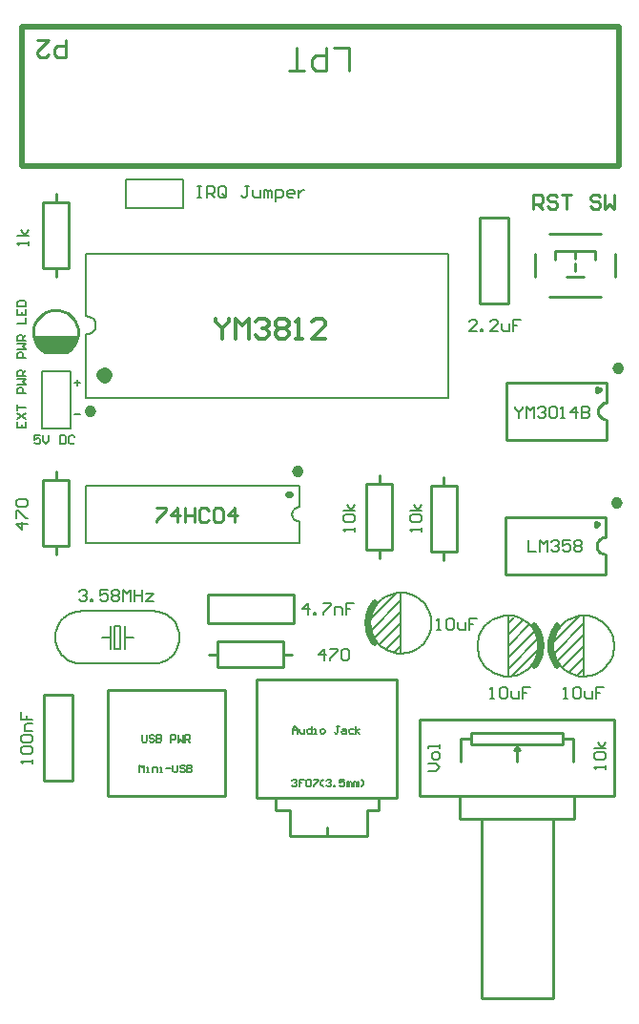
<source format=gto>
G04 Layer_Color=65535*
%FSLAX25Y25*%
%MOIN*%
G70*
G01*
G75*
%ADD10C,0.01000*%
%ADD30C,0.01969*%
%ADD31C,0.00787*%
%ADD32C,0.01500*%
%ADD33C,0.02000*%
%ADD34C,0.00800*%
%ADD35C,0.03937*%
%ADD36C,0.02362*%
%ADD37C,0.00600*%
%ADD38C,0.01200*%
D10*
X25035Y162868D02*
X25853Y163441D01*
X26591Y164113D01*
X27238Y164874D01*
X27783Y165710D01*
X28217Y166609D01*
X28533Y167556D01*
X28727Y168536D01*
X28794Y169532D01*
X28735Y170528D01*
X28549Y171509D01*
X28240Y172459D01*
X27813Y173361D01*
X27275Y174202D01*
X26634Y174968D01*
X25901Y175646D01*
X25088Y176225D01*
X24208Y176697D01*
X23275Y177052D01*
X22305Y177287D01*
X21312Y177396D01*
X20314Y177378D01*
X19326Y177234D01*
X18365Y176965D01*
X17445Y176576D01*
X16583Y176073D01*
X15791Y175465D01*
X15083Y174761D01*
X14470Y173973D01*
X13962Y173114D01*
X13567Y172197D01*
X13293Y171237D01*
X13142Y170250D01*
X13118Y169252D01*
X13221Y168259D01*
X13449Y167287D01*
X13799Y166352D01*
X14265Y165469D01*
X14840Y164652D01*
X15513Y163915D01*
X16275Y163270D01*
X17112Y162726D01*
X210000Y95000D02*
X210147Y94073D01*
X210573Y93237D01*
X211237Y92573D01*
X212073Y92147D01*
X213000Y92000D01*
Y98000D02*
X212073Y97853D01*
X211237Y97427D01*
X210573Y96763D01*
X210147Y95927D01*
X210000Y95000D01*
X210500Y142000D02*
X210647Y141073D01*
X211073Y140237D01*
X211737Y139573D01*
X212573Y139147D01*
X213500Y139000D01*
Y145000D02*
X212573Y144853D01*
X211737Y144427D01*
X211073Y143763D01*
X210647Y142927D01*
X210500Y142000D01*
X216500Y189000D02*
Y197000D01*
X188500Y189000D02*
Y197000D01*
X193500Y182000D02*
X211500D01*
X193500Y204000D02*
X211500D01*
X209500Y195100D02*
Y198000D01*
X195500D02*
X209500D01*
X195500Y195100D02*
Y198000D01*
X199500Y189000D02*
X205400D01*
X202500Y191000D02*
Y193600D01*
Y195400D02*
Y198000D01*
X16800Y13058D02*
X26800D01*
Y43058D01*
X16800D02*
X26800D01*
X16800Y13058D02*
Y43058D01*
X14000Y166000D02*
X27500D01*
X14000Y167000D02*
X28000D01*
X13500Y168000D02*
X28500D01*
X17200Y162800D02*
X25000D01*
X14000Y166000D02*
X27500D01*
X27000Y165500D02*
X27500Y166000D01*
X14500Y165500D02*
X27000D01*
X15000Y164500D02*
X26500D01*
X16000Y163500D02*
X26000D01*
X15000Y164500D02*
X16000Y163500D01*
X27000Y165000D02*
Y165500D01*
X26500Y164500D02*
X27000Y165000D01*
X194685Y-63000D02*
Y-500D01*
X169685Y-63000D02*
X194685D01*
X169685D02*
Y-500D01*
X166185Y29500D02*
X198185D01*
Y25500D02*
Y29500D01*
X166185Y25500D02*
X198185D01*
X166185D02*
Y29500D01*
X202185Y-461D02*
Y7500D01*
X162185Y-461D02*
X202185D01*
X162185D02*
Y7500D01*
X182185Y24500D02*
X183185Y23500D01*
X181185D02*
X182185Y24500D01*
X200185Y27500D02*
X201870D01*
X162500D02*
X166185D01*
X198185D02*
X200185D01*
X182185Y19500D02*
Y24500D01*
X201870Y19500D02*
Y27500D01*
X162500Y19500D02*
Y27500D01*
X148185Y34185D02*
X216185D01*
Y7500D02*
Y34185D01*
X148185Y7500D02*
X216185D01*
X148185D02*
Y34185D01*
X213000Y98000D02*
Y105000D01*
Y85000D02*
Y92000D01*
X178000Y85000D02*
X213000D01*
X178000D02*
Y105000D01*
X213000D01*
X213500Y145000D02*
Y152000D01*
Y132000D02*
Y139000D01*
X178500Y132000D02*
X213500D01*
X178500D02*
Y152000D01*
X213500D01*
X156500Y116500D02*
Y119000D01*
X152000Y116000D02*
X161000D01*
X152000Y93000D02*
Y116000D01*
Y93000D02*
X161000D01*
Y116000D01*
X156500Y90000D02*
Y92500D01*
X169000Y209500D02*
X179000D01*
X169000Y179500D02*
Y209500D01*
Y179500D02*
X179000D01*
Y209500D01*
X134000Y90500D02*
Y93000D01*
X129500Y93500D02*
X138500D01*
Y116500D01*
X129500D02*
X138500D01*
X129500Y93500D02*
Y116500D01*
X134000Y117000D02*
Y119500D01*
X101000Y57000D02*
X103500D01*
X100500Y52500D02*
Y61500D01*
X77500D02*
X100500D01*
X77500Y52500D02*
Y61500D01*
Y52500D02*
X100500D01*
X74500Y57000D02*
X77000D01*
X74000Y68000D02*
Y78000D01*
Y68000D02*
X104000D01*
Y78000D01*
X74000D02*
X104000D01*
X21000Y92000D02*
Y94500D01*
X16500Y95000D02*
X25500D01*
Y118000D01*
X16500D02*
X25500D01*
X16500Y95000D02*
Y118000D01*
X21000Y118500D02*
Y121000D01*
X39050Y7624D02*
Y44724D01*
Y7624D02*
X80050D01*
Y44724D01*
X39050D02*
X80050D01*
X21000Y189000D02*
Y191500D01*
X25500Y192000D02*
Y215000D01*
X16500Y192000D02*
X25500D01*
X16500D02*
Y215000D01*
X25500D01*
X21000Y215500D02*
Y218000D01*
X115842Y-6457D02*
Y-3307D01*
X91185Y7000D02*
X140185D01*
X91185D02*
Y48215D01*
X140185D01*
Y7000D02*
Y48215D01*
X102685Y-6457D02*
X129685D01*
X133685Y2500D02*
Y7000D01*
X97685Y2500D02*
Y7000D01*
X102685Y-6457D02*
Y2500D01*
X129685Y-6457D02*
Y2500D01*
X133685D01*
X97685D02*
X102685D01*
X187900Y212700D02*
Y217698D01*
X190399D01*
X191232Y216865D01*
Y215199D01*
X190399Y214366D01*
X187900D01*
X189566D02*
X191232Y212700D01*
X196231Y216865D02*
X195398Y217698D01*
X193731D01*
X192898Y216865D01*
Y216032D01*
X193731Y215199D01*
X195398D01*
X196231Y214366D01*
Y213533D01*
X195398Y212700D01*
X193731D01*
X192898Y213533D01*
X197897Y217698D02*
X201229D01*
X199563D01*
Y212700D01*
X211226Y216865D02*
X210393Y217698D01*
X208727D01*
X207893Y216865D01*
Y216032D01*
X208727Y215199D01*
X210393D01*
X211226Y214366D01*
Y213533D01*
X210393Y212700D01*
X208727D01*
X207893Y213533D01*
X212892Y217698D02*
Y212700D01*
X214558Y214366D01*
X216224Y212700D01*
Y217698D01*
X24528Y271500D02*
Y265502D01*
X21529D01*
X20529Y266502D01*
Y268501D01*
X21529Y269501D01*
X24528D01*
X14531Y271500D02*
X18530D01*
X14531Y267501D01*
Y266502D01*
X15530Y265502D01*
X17530D01*
X18530Y266502D01*
X56100Y108198D02*
X59432D01*
Y107365D01*
X56100Y104033D01*
Y103200D01*
X63598D02*
Y108198D01*
X61098Y105699D01*
X64431D01*
X66097Y108198D02*
Y103200D01*
Y105699D01*
X69429D01*
Y108198D01*
Y103200D01*
X74427Y107365D02*
X73594Y108198D01*
X71928D01*
X71095Y107365D01*
Y104033D01*
X71928Y103200D01*
X73594D01*
X74427Y104033D01*
X76094Y107365D02*
X76927Y108198D01*
X78593D01*
X79426Y107365D01*
Y104033D01*
X78593Y103200D01*
X76927D01*
X76094Y104033D01*
Y107365D01*
X83591Y103200D02*
Y108198D01*
X81092Y105699D01*
X84424D01*
X123480Y261038D02*
Y268910D01*
X118233D01*
X115609D02*
Y261038D01*
X111673D01*
X110361Y262350D01*
Y264974D01*
X111673Y266286D01*
X115609D01*
X107737Y261038D02*
X102490D01*
X105113D01*
Y268910D01*
D30*
X132358Y75160D02*
X131763Y74322D01*
X131245Y73435D01*
X130806Y72505D01*
X130452Y71541D01*
X130183Y70549D01*
X130003Y69537D01*
X129912Y68514D01*
Y67486D01*
X130003Y66463D01*
X130183Y65451D01*
X130452Y64459D01*
X130806Y63495D01*
X131245Y62565D01*
X131763Y61678D01*
X132358Y60840D01*
X188205Y52840D02*
X188800Y53678D01*
X189318Y54566D01*
X189757Y55495D01*
X190111Y56459D01*
X190380Y57451D01*
X190560Y58463D01*
X190651Y59486D01*
Y60514D01*
X190560Y61537D01*
X190380Y62549D01*
X190111Y63541D01*
X189757Y64505D01*
X189318Y65434D01*
X188800Y66322D01*
X188205Y67160D01*
X196295Y67160D02*
X195700Y66322D01*
X195182Y65434D01*
X194743Y64505D01*
X194389Y63541D01*
X194120Y62549D01*
X193940Y61537D01*
X193849Y60514D01*
Y59486D01*
X193940Y58463D01*
X194120Y57451D01*
X194389Y56459D01*
X194743Y55495D01*
X195182Y54566D01*
X195700Y53678D01*
X196295Y52840D01*
D31*
X152193Y68000D02*
X152146Y68995D01*
X152006Y69982D01*
X151775Y70951D01*
X151454Y71895D01*
X151046Y72804D01*
X150554Y73671D01*
X149984Y74488D01*
X149339Y75248D01*
X148626Y75944D01*
X147851Y76570D01*
X147021Y77122D01*
X146143Y77593D01*
X145225Y77979D01*
X144274Y78278D01*
X143300Y78487D01*
X142310Y78604D01*
X141314Y78627D01*
X140320Y78557D01*
X139337Y78394D01*
X138373Y78140D01*
X137438Y77797D01*
X136538Y77367D01*
X135683Y76856D01*
X134880Y76266D01*
X134135Y75604D01*
X133456Y74875D01*
X132847Y74086D01*
X132316Y73243D01*
X131866Y72354D01*
X131500Y71427D01*
X131224Y70469D01*
X131038Y69490D01*
X130945Y68498D01*
Y67502D01*
X131038Y66510D01*
X131224Y65531D01*
X131500Y64573D01*
X131866Y63646D01*
X132316Y62757D01*
X132847Y61914D01*
X133456Y61125D01*
X134135Y60396D01*
X134880Y59734D01*
X135683Y59144D01*
X136538Y58633D01*
X137438Y58203D01*
X138373Y57860D01*
X139337Y57606D01*
X140320Y57443D01*
X141314Y57373D01*
X142310Y57396D01*
X143300Y57513D01*
X144274Y57722D01*
X145225Y58021D01*
X146143Y58407D01*
X147021Y58878D01*
X147851Y59430D01*
X148626Y60056D01*
X149339Y60752D01*
X149984Y61513D01*
X150554Y62330D01*
X151046Y63196D01*
X151454Y64105D01*
X151775Y65049D01*
X152006Y66018D01*
X152146Y67005D01*
X152193Y68000D01*
X189630Y60000D02*
X189583Y60995D01*
X189444Y61982D01*
X189212Y62951D01*
X188891Y63895D01*
X188483Y64804D01*
X187991Y65671D01*
X187421Y66487D01*
X186776Y67248D01*
X186063Y67944D01*
X185288Y68570D01*
X184458Y69122D01*
X183580Y69593D01*
X182662Y69979D01*
X181711Y70278D01*
X180737Y70487D01*
X179747Y70604D01*
X178751Y70627D01*
X177757Y70557D01*
X176774Y70394D01*
X175810Y70140D01*
X174875Y69797D01*
X173975Y69367D01*
X173120Y68856D01*
X172317Y68266D01*
X171572Y67604D01*
X170893Y66875D01*
X170284Y66086D01*
X169753Y65243D01*
X169303Y64354D01*
X168938Y63427D01*
X168661Y62469D01*
X168475Y61490D01*
X168382Y60498D01*
Y59502D01*
X168475Y58510D01*
X168661Y57531D01*
X168938Y56573D01*
X169303Y55646D01*
X169753Y54757D01*
X170284Y53914D01*
X170893Y53125D01*
X171572Y52396D01*
X172317Y51734D01*
X173120Y51144D01*
X173975Y50633D01*
X174875Y50203D01*
X175810Y49860D01*
X176774Y49606D01*
X177757Y49443D01*
X178751Y49373D01*
X179747Y49396D01*
X180737Y49513D01*
X181711Y49722D01*
X182662Y50021D01*
X183580Y50407D01*
X184458Y50878D01*
X185288Y51430D01*
X186063Y52056D01*
X186776Y52752D01*
X187421Y53513D01*
X187991Y54330D01*
X188483Y55196D01*
X188891Y56105D01*
X189212Y57049D01*
X189444Y58018D01*
X189583Y59005D01*
X189630Y60000D01*
X216130D02*
X216083Y60995D01*
X215944Y61982D01*
X215712Y62951D01*
X215391Y63895D01*
X214983Y64804D01*
X214491Y65671D01*
X213921Y66487D01*
X213276Y67248D01*
X212563Y67944D01*
X211788Y68570D01*
X210958Y69122D01*
X210080Y69593D01*
X209162Y69979D01*
X208211Y70278D01*
X207237Y70487D01*
X206247Y70604D01*
X205251Y70627D01*
X204257Y70557D01*
X203274Y70394D01*
X202310Y70140D01*
X201375Y69797D01*
X200475Y69367D01*
X199620Y68856D01*
X198817Y68266D01*
X198072Y67604D01*
X197393Y66875D01*
X196784Y66086D01*
X196253Y65243D01*
X195803Y64354D01*
X195438Y63427D01*
X195161Y62469D01*
X194975Y61490D01*
X194882Y60498D01*
Y59502D01*
X194975Y58510D01*
X195161Y57531D01*
X195438Y56573D01*
X195803Y55646D01*
X196253Y54757D01*
X196784Y53914D01*
X197393Y53125D01*
X198072Y52396D01*
X198817Y51734D01*
X199620Y51144D01*
X200475Y50633D01*
X201375Y50203D01*
X202310Y49860D01*
X203274Y49606D01*
X204257Y49443D01*
X205251Y49373D01*
X206247Y49396D01*
X207237Y49513D01*
X208211Y49722D01*
X209162Y50021D01*
X210080Y50407D01*
X210958Y50878D01*
X211788Y51430D01*
X212563Y52056D01*
X213276Y52752D01*
X213921Y53513D01*
X214491Y54330D01*
X214983Y55196D01*
X215391Y56105D01*
X215712Y57049D01*
X215944Y58018D01*
X216083Y59005D01*
X216130Y60000D01*
X31532Y168866D02*
X32491Y168920D01*
X33389Y169259D01*
X34144Y169852D01*
X34687Y170643D01*
X34967Y171561D01*
X34960Y172521D01*
X34664Y173434D01*
X34109Y174217D01*
X33344Y174798D01*
X32441Y175122D01*
X31482Y175161D01*
X106000Y108500D02*
X105043Y108310D01*
X104232Y107768D01*
X103690Y106957D01*
X103500Y106000D01*
X103690Y105043D01*
X104232Y104232D01*
X105043Y103690D01*
X106000Y103500D01*
X136563Y59000D02*
X141563Y64000D01*
X134063Y60500D02*
X141563Y68000D01*
X132563Y63000D02*
X141563Y72000D01*
Y57500D02*
Y75874D01*
X131126Y65437D02*
X141563Y75874D01*
Y78500D01*
X131063Y69500D02*
X140063Y78500D01*
X139563Y58000D02*
X141563Y60000D01*
X179000Y64000D02*
X184000Y69000D01*
X179000Y60000D02*
X186500Y67500D01*
X179000Y56000D02*
X188000Y65000D01*
X179000Y52126D02*
Y70500D01*
Y52126D02*
X189437Y62563D01*
X179000Y49500D02*
Y52126D01*
X180500Y49500D02*
X189500Y58500D01*
X179000Y68000D02*
X181000Y70000D01*
X200500Y51000D02*
X205500Y56000D01*
X198000Y52500D02*
X205500Y60000D01*
X196500Y55000D02*
X205500Y64000D01*
Y49500D02*
Y67874D01*
X195063Y57437D02*
X205500Y67874D01*
Y70500D01*
X195000Y61500D02*
X204000Y70500D01*
X203500Y50000D02*
X205500Y52000D01*
X45500Y213000D02*
X65500D01*
Y223000D01*
X45500D02*
X65500D01*
X45500Y213000D02*
Y223000D01*
X31457Y197000D02*
X158000D01*
X31457Y146567D02*
X158000D01*
Y197000D01*
X31457Y175161D02*
Y197000D01*
Y146567D02*
Y168866D01*
X31500Y96000D02*
Y116000D01*
X106000Y96000D02*
Y103500D01*
Y108500D02*
Y116000D01*
X31500Y96000D02*
X106000D01*
X31500Y116000D02*
X106000D01*
X16000Y136000D02*
X26000D01*
X16000D02*
Y156000D01*
X26000D01*
Y136000D02*
Y156000D01*
D32*
X210500Y102500D02*
X209750Y102933D01*
Y102067D01*
X210500Y102500D01*
X211000Y149500D02*
X210250Y149933D01*
Y149067D01*
X211000Y149500D01*
D33*
X218000Y110000D02*
X217500Y110866D01*
X216500D01*
X216000Y110000D01*
X216500Y109134D01*
X217500D01*
X218000Y110000D01*
X218500Y157000D02*
X218000Y157866D01*
X217000D01*
X216500Y157000D01*
X217000Y156134D01*
X218000D01*
X218500Y157000D01*
X34000Y142000D02*
X33500Y142866D01*
X32500D01*
X32000Y142000D01*
X32500Y141134D01*
X33500D01*
X34000Y142000D01*
X106500Y121000D02*
X106000Y121866D01*
X105000D01*
X104500Y121000D01*
X105000Y120134D01*
X106000D01*
X106500Y121000D01*
X217880Y227509D02*
Y276309D01*
X217780Y276209D02*
X217880Y276309D01*
X9180Y276209D02*
X217780D01*
X9180Y227710D02*
Y276209D01*
Y227710D02*
X9380Y227509D01*
X217880D01*
X9280Y227609D02*
X9380Y227509D01*
D34*
X30000Y72153D02*
X29003Y72110D01*
X28016Y71958D01*
X27052Y71699D01*
X26122Y71337D01*
X25237Y70876D01*
X24407Y70321D01*
X23643Y69679D01*
X22953Y68958D01*
X22345Y68166D01*
X21828Y67313D01*
X21406Y66408D01*
X21086Y65462D01*
X20870Y64488D01*
X20762Y63496D01*
X20762Y62498D01*
X20871Y61505D01*
X21088Y60531D01*
X21409Y59586D01*
X21831Y58681D01*
X22350Y57828D01*
X22957Y57037D01*
X23648Y56316D01*
X24413Y55675D01*
X25243Y55121D01*
X26129Y54660D01*
X27059Y54299D01*
X28024Y54041D01*
X29010Y53890D01*
X30007Y53847D01*
X55000Y53847D02*
X55997Y53891D01*
X56984Y54043D01*
X57948Y54301D01*
X58878Y54663D01*
X59763Y55124D01*
X60593Y55679D01*
X61357Y56321D01*
X62047Y57042D01*
X62655Y57834D01*
X63172Y58688D01*
X63594Y59593D01*
X63914Y60538D01*
X64130Y61512D01*
X64238Y62505D01*
X64238Y63503D01*
X64129Y64495D01*
X63912Y65469D01*
X63591Y66414D01*
X63169Y67319D01*
X62651Y68172D01*
X62042Y68963D01*
X61352Y69684D01*
X60587Y70325D01*
X59757Y70879D01*
X58871Y71340D01*
X57941Y71701D01*
X56976Y71959D01*
X55990Y72110D01*
X54993Y72153D01*
X30007Y53846D02*
X55000D01*
X30000Y72153D02*
X54993D01*
X29200Y79132D02*
X29866Y79799D01*
X31199D01*
X31866Y79132D01*
Y78466D01*
X31199Y77799D01*
X30533D01*
X31199D01*
X31866Y77133D01*
Y76466D01*
X31199Y75800D01*
X29866D01*
X29200Y76466D01*
X33199Y75800D02*
Y76466D01*
X33865D01*
Y75800D01*
X33199D01*
X39197Y79799D02*
X36531D01*
Y77799D01*
X37864Y78466D01*
X38530D01*
X39197Y77799D01*
Y76466D01*
X38530Y75800D01*
X37197D01*
X36531Y76466D01*
X40530Y79132D02*
X41196Y79799D01*
X42529D01*
X43196Y79132D01*
Y78466D01*
X42529Y77799D01*
X43196Y77133D01*
Y76466D01*
X42529Y75800D01*
X41196D01*
X40530Y76466D01*
Y77133D01*
X41196Y77799D01*
X40530Y78466D01*
Y79132D01*
X41196Y77799D02*
X42529D01*
X44528Y75800D02*
Y79799D01*
X45861Y78466D01*
X47194Y79799D01*
Y75800D01*
X48527Y79799D02*
Y75800D01*
Y77799D01*
X51193D01*
Y79799D01*
Y75800D01*
X52526Y78466D02*
X55192D01*
X52526Y75800D01*
X55192D01*
X70600Y220599D02*
X71933D01*
X71266D01*
Y216600D01*
X70600D01*
X71933D01*
X73932D02*
Y220599D01*
X75932D01*
X76598Y219932D01*
Y218599D01*
X75932Y217933D01*
X73932D01*
X75265D02*
X76598Y216600D01*
X80597Y217266D02*
Y219932D01*
X79930Y220599D01*
X78597D01*
X77931Y219932D01*
Y217266D01*
X78597Y216600D01*
X79930D01*
X79264Y217933D02*
X80597Y216600D01*
X79930D02*
X80597Y217266D01*
X88594Y220599D02*
X87261D01*
X87928D01*
Y217266D01*
X87261Y216600D01*
X86595D01*
X85928Y217266D01*
X89927Y219266D02*
Y217266D01*
X90594Y216600D01*
X92593D01*
Y219266D01*
X93926Y216600D02*
Y219266D01*
X94592D01*
X95259Y218599D01*
Y216600D01*
Y218599D01*
X95925Y219266D01*
X96592Y218599D01*
Y216600D01*
X97925Y215267D02*
Y219266D01*
X99924D01*
X100590Y218599D01*
Y217266D01*
X99924Y216600D01*
X97925D01*
X103923D02*
X102590D01*
X101923Y217266D01*
Y218599D01*
X102590Y219266D01*
X103923D01*
X104589Y218599D01*
Y217933D01*
X101923D01*
X105922Y219266D02*
Y216600D01*
Y217933D01*
X106588Y218599D01*
X107255Y219266D01*
X107921D01*
X148900Y99900D02*
Y101233D01*
Y100566D01*
X144901D01*
X145568Y99900D01*
Y103232D02*
X144901Y103899D01*
Y105232D01*
X145568Y105898D01*
X148233D01*
X148900Y105232D01*
Y103899D01*
X148233Y103232D01*
X145568D01*
X148900Y107231D02*
X144901D01*
X147567D02*
X146234Y109230D01*
X147567Y107231D02*
X148900Y109230D01*
X125500Y100100D02*
Y101433D01*
Y100766D01*
X121501D01*
X122168Y100100D01*
Y103432D02*
X121501Y104099D01*
Y105432D01*
X122168Y106098D01*
X124834D01*
X125500Y105432D01*
Y104099D01*
X124834Y103432D01*
X122168D01*
X125500Y107431D02*
X121501D01*
X124167D02*
X122834Y109430D01*
X124167Y107431D02*
X125500Y109430D01*
X213100Y17100D02*
Y18433D01*
Y17766D01*
X209101D01*
X209768Y17100D01*
Y20432D02*
X209101Y21099D01*
Y22432D01*
X209768Y23098D01*
X212434D01*
X213100Y22432D01*
Y21099D01*
X212434Y20432D01*
X209768D01*
X213100Y24431D02*
X209101D01*
X211767D02*
X210434Y26430D01*
X211767Y24431D02*
X213100Y26430D01*
X11200Y102699D02*
X7201D01*
X9201Y100700D01*
Y103366D01*
X7201Y104699D02*
Y107364D01*
X7868D01*
X10533Y104699D01*
X11200D01*
X7868Y108697D02*
X7201Y109364D01*
Y110697D01*
X7868Y111363D01*
X10533D01*
X11200Y110697D01*
Y109364D01*
X10533Y108697D01*
X7868D01*
X114699Y55100D02*
Y59099D01*
X112700Y57099D01*
X115366D01*
X116699Y59099D02*
X119365D01*
Y58432D01*
X116699Y55766D01*
Y55100D01*
X120697Y58432D02*
X121364Y59099D01*
X122697D01*
X123363Y58432D01*
Y55766D01*
X122697Y55100D01*
X121364D01*
X120697Y55766D01*
Y58432D01*
X186000Y96999D02*
Y93000D01*
X188666D01*
X189999D02*
Y96999D01*
X191332Y95666D01*
X192665Y96999D01*
Y93000D01*
X193997Y96332D02*
X194664Y96999D01*
X195997D01*
X196663Y96332D01*
Y95666D01*
X195997Y94999D01*
X195330D01*
X195997D01*
X196663Y94333D01*
Y93666D01*
X195997Y93000D01*
X194664D01*
X193997Y93666D01*
X200662Y96999D02*
X197996D01*
Y94999D01*
X199329Y95666D01*
X199996D01*
X200662Y94999D01*
Y93666D01*
X199996Y93000D01*
X198663D01*
X197996Y93666D01*
X201995Y96332D02*
X202661Y96999D01*
X203994D01*
X204661Y96332D01*
Y95666D01*
X203994Y94999D01*
X204661Y94333D01*
Y93666D01*
X203994Y93000D01*
X202661D01*
X201995Y93666D01*
Y94333D01*
X202661Y94999D01*
X201995Y95666D01*
Y96332D01*
X202661Y94999D02*
X203994D01*
X181500Y143499D02*
Y142832D01*
X182833Y141499D01*
X184166Y142832D01*
Y143499D01*
X182833Y141499D02*
Y139500D01*
X185499D02*
Y143499D01*
X186832Y142166D01*
X188164Y143499D01*
Y139500D01*
X189497Y142832D02*
X190164Y143499D01*
X191497D01*
X192163Y142832D01*
Y142166D01*
X191497Y141499D01*
X190830D01*
X191497D01*
X192163Y140833D01*
Y140166D01*
X191497Y139500D01*
X190164D01*
X189497Y140166D01*
X193496Y142832D02*
X194163Y143499D01*
X195495D01*
X196162Y142832D01*
Y140166D01*
X195495Y139500D01*
X194163D01*
X193496Y140166D01*
Y142832D01*
X197495Y139500D02*
X198828D01*
X198161D01*
Y143499D01*
X197495Y142832D01*
X202826Y139500D02*
Y143499D01*
X200827Y141499D01*
X203493D01*
X204826Y143499D02*
Y139500D01*
X206825D01*
X207492Y140166D01*
Y140833D01*
X206825Y141499D01*
X204826D01*
X206825D01*
X207492Y142166D01*
Y142832D01*
X206825Y143499D01*
X204826D01*
X172800Y41500D02*
X174133D01*
X173467D01*
Y45499D01*
X172800Y44832D01*
X176132D02*
X176799Y45499D01*
X178132D01*
X178798Y44832D01*
Y42166D01*
X178132Y41500D01*
X176799D01*
X176132Y42166D01*
Y44832D01*
X180131Y44166D02*
Y42166D01*
X180797Y41500D01*
X182797D01*
Y44166D01*
X186795Y45499D02*
X184130D01*
Y43499D01*
X185463D01*
X184130D01*
Y41500D01*
X198500D02*
X199833D01*
X199167D01*
Y45499D01*
X198500Y44832D01*
X201832D02*
X202499Y45499D01*
X203832D01*
X204498Y44832D01*
Y42166D01*
X203832Y41500D01*
X202499D01*
X201832Y42166D01*
Y44832D01*
X205831Y44166D02*
Y42166D01*
X206497Y41500D01*
X208497D01*
Y44166D01*
X212495Y45499D02*
X209830D01*
Y43499D01*
X211163D01*
X209830D01*
Y41500D01*
X168166Y170100D02*
X165500D01*
X168166Y172766D01*
Y173432D01*
X167499Y174099D01*
X166166D01*
X165500Y173432D01*
X169499Y170100D02*
Y170766D01*
X170165D01*
Y170100D01*
X169499D01*
X175497D02*
X172831D01*
X175497Y172766D01*
Y173432D01*
X174830Y174099D01*
X173497D01*
X172831Y173432D01*
X176830Y172766D02*
Y170766D01*
X177496Y170100D01*
X179496D01*
Y172766D01*
X183494Y174099D02*
X180828D01*
Y172099D01*
X182161D01*
X180828D01*
Y170100D01*
X154100Y65500D02*
X155433D01*
X154766D01*
Y69499D01*
X154100Y68832D01*
X157432D02*
X158099Y69499D01*
X159432D01*
X160098Y68832D01*
Y66166D01*
X159432Y65500D01*
X158099D01*
X157432Y66166D01*
Y68832D01*
X161431Y68166D02*
Y66166D01*
X162097Y65500D01*
X164097D01*
Y68166D01*
X168096Y69499D02*
X165430D01*
Y67499D01*
X166763D01*
X165430D01*
Y65500D01*
X12700Y19000D02*
Y20333D01*
Y19667D01*
X8701D01*
X9368Y19000D01*
Y22332D02*
X8701Y22999D01*
Y24332D01*
X9368Y24998D01*
X12033D01*
X12700Y24332D01*
Y22999D01*
X12033Y22332D01*
X9368D01*
Y26331D02*
X8701Y26997D01*
Y28330D01*
X9368Y28997D01*
X12033D01*
X12700Y28330D01*
Y26997D01*
X12033Y26331D01*
X9368D01*
X12700Y30330D02*
X10034D01*
Y32329D01*
X10701Y32996D01*
X12700D01*
X8701Y36994D02*
Y34328D01*
X10701D01*
Y35661D01*
Y34328D01*
X12700D01*
X109199Y71100D02*
Y75099D01*
X107200Y73099D01*
X109866D01*
X111199Y71100D02*
Y71766D01*
X111865D01*
Y71100D01*
X111199D01*
X114531Y75099D02*
X117197D01*
Y74432D01*
X114531Y71766D01*
Y71100D01*
X118530D02*
Y73766D01*
X120529D01*
X121195Y73099D01*
Y71100D01*
X125194Y75099D02*
X122528D01*
Y73099D01*
X123861D01*
X122528D01*
Y71100D01*
X11600Y199900D02*
Y201233D01*
Y200567D01*
X7601D01*
X8268Y199900D01*
X11600Y203232D02*
X7601D01*
X10267D02*
X8934Y205232D01*
X10267Y203232D02*
X11600Y205232D01*
X27500Y141100D02*
X29499D01*
X27500Y151900D02*
X29499D01*
X28500Y152899D02*
Y150900D01*
X15599Y133599D02*
X13600D01*
Y132099D01*
X14600Y132599D01*
X15100D01*
X15599Y132099D01*
Y131100D01*
X15100Y130600D01*
X14100D01*
X13600Y131100D01*
X16599Y133599D02*
Y131600D01*
X17599Y130600D01*
X18598Y131600D01*
Y133599D01*
X22597D02*
Y130600D01*
X24097D01*
X24596Y131100D01*
Y133099D01*
X24097Y133599D01*
X22597D01*
X27595Y133099D02*
X27096Y133599D01*
X26096D01*
X25596Y133099D01*
Y131100D01*
X26096Y130600D01*
X27096D01*
X27595Y131100D01*
X151201Y16300D02*
X153867D01*
X155200Y17633D01*
X153867Y18966D01*
X151201D01*
X155200Y20965D02*
Y22298D01*
X154534Y22964D01*
X153201D01*
X152534Y22298D01*
Y20965D01*
X153201Y20299D01*
X154534D01*
X155200Y20965D01*
Y24297D02*
Y25630D01*
Y24964D01*
X151201D01*
Y24297D01*
D35*
X38707Y154500D02*
X38000Y155207D01*
X37293Y154500D01*
X38000Y153793D01*
X38707Y154500D01*
D36*
X102894Y113000D02*
X102106D01*
X102894D01*
D37*
X43500Y59000D02*
Y67000D01*
X41500D02*
X43500D01*
X41500Y59000D02*
Y67000D01*
Y59000D02*
X43500D01*
X45000D02*
Y67000D01*
X40000Y59000D02*
Y67000D01*
X37000Y63000D02*
X40000D01*
X45000D02*
X48000D01*
X103500Y12983D02*
X103917Y13399D01*
X104750D01*
X105166Y12983D01*
Y12566D01*
X104750Y12150D01*
X104333D01*
X104750D01*
X105166Y11733D01*
Y11316D01*
X104750Y10900D01*
X103917D01*
X103500Y11316D01*
X107665Y13399D02*
X105999D01*
Y12150D01*
X106832D01*
X105999D01*
Y10900D01*
X108498Y12983D02*
X108915Y13399D01*
X109748D01*
X110164Y12983D01*
Y11316D01*
X109748Y10900D01*
X108915D01*
X108498Y11316D01*
Y12983D01*
X110998Y13399D02*
X112664D01*
Y12983D01*
X110998Y11316D01*
Y10900D01*
X114330D02*
X113497Y11733D01*
Y12566D01*
X114330Y13399D01*
X115579Y12983D02*
X115996Y13399D01*
X116829D01*
X117246Y12983D01*
Y12566D01*
X116829Y12150D01*
X116412D01*
X116829D01*
X117246Y11733D01*
Y11316D01*
X116829Y10900D01*
X115996D01*
X115579Y11316D01*
X118079Y10900D02*
Y11316D01*
X118495D01*
Y10900D01*
X118079D01*
X121827Y13399D02*
X120161D01*
Y12150D01*
X120994Y12566D01*
X121411D01*
X121827Y12150D01*
Y11316D01*
X121411Y10900D01*
X120578D01*
X120161Y11316D01*
X122661Y10900D02*
Y12566D01*
X123077D01*
X123494Y12150D01*
Y10900D01*
Y12150D01*
X123910Y12566D01*
X124327Y12150D01*
Y10900D01*
X125160D02*
Y12566D01*
X125576D01*
X125993Y12150D01*
Y10900D01*
Y12150D01*
X126409Y12566D01*
X126826Y12150D01*
Y10900D01*
X127659D02*
X128492Y11733D01*
Y12566D01*
X127659Y13399D01*
X51200Y28899D02*
Y26816D01*
X51617Y26400D01*
X52450D01*
X52866Y26816D01*
Y28899D01*
X55365Y28483D02*
X54949Y28899D01*
X54116D01*
X53699Y28483D01*
Y28066D01*
X54116Y27650D01*
X54949D01*
X55365Y27233D01*
Y26816D01*
X54949Y26400D01*
X54116D01*
X53699Y26816D01*
X56198Y28899D02*
Y26400D01*
X57448D01*
X57864Y26816D01*
Y27233D01*
X57448Y27650D01*
X56198D01*
X57448D01*
X57864Y28066D01*
Y28483D01*
X57448Y28899D01*
X56198D01*
X61197Y26400D02*
Y28899D01*
X62446D01*
X62863Y28483D01*
Y27650D01*
X62446Y27233D01*
X61197D01*
X63696Y28899D02*
Y26400D01*
X64529Y27233D01*
X65362Y26400D01*
Y28899D01*
X66195Y26400D02*
Y28899D01*
X67445D01*
X67861Y28483D01*
Y27650D01*
X67445Y27233D01*
X66195D01*
X67028D02*
X67861Y26400D01*
X10500Y160600D02*
X7501D01*
Y162100D01*
X8001Y162599D01*
X9001D01*
X9500Y162100D01*
Y160600D01*
X7501Y163599D02*
X10500D01*
X9500Y164599D01*
X10500Y165598D01*
X7501D01*
X10500Y166598D02*
X7501D01*
Y168098D01*
X8001Y168597D01*
X9001D01*
X9500Y168098D01*
Y166598D01*
Y167598D02*
X10500Y168597D01*
X7501Y172596D02*
X10500D01*
Y174595D01*
X7501Y177594D02*
Y175595D01*
X10500D01*
Y177594D01*
X9001Y175595D02*
Y176595D01*
X7501Y178594D02*
X10500D01*
Y180094D01*
X10000Y180594D01*
X8001D01*
X7501Y180094D01*
Y178594D01*
Y138299D02*
Y136300D01*
X10500D01*
Y138299D01*
X9001Y136300D02*
Y137300D01*
X7501Y139299D02*
X10500Y141298D01*
X7501D02*
X10500Y139299D01*
X7501Y142298D02*
Y144297D01*
Y143298D01*
X10500D01*
Y148296D02*
X7501D01*
Y149796D01*
X8001Y150295D01*
X9001D01*
X9500Y149796D01*
Y148296D01*
X7501Y151295D02*
X10500D01*
X9500Y152295D01*
X10500Y153295D01*
X7501D01*
X10500Y154294D02*
X7501D01*
Y155794D01*
X8001Y156293D01*
X9001D01*
X9500Y155794D01*
Y154294D01*
Y155294D02*
X10500Y156293D01*
X50300Y15900D02*
Y18399D01*
X51133Y17566D01*
X51966Y18399D01*
Y15900D01*
X52799D02*
X53632D01*
X53216D01*
Y17566D01*
X52799D01*
X54882Y15900D02*
Y17566D01*
X56131D01*
X56548Y17150D01*
Y15900D01*
X57381D02*
X58214D01*
X57798D01*
Y17566D01*
X57381D01*
X59464Y17150D02*
X61130D01*
X61963Y18399D02*
Y16317D01*
X62379Y15900D01*
X63213D01*
X63629Y16317D01*
Y18399D01*
X66128Y17983D02*
X65712Y18399D01*
X64879D01*
X64462Y17983D01*
Y17566D01*
X64879Y17150D01*
X65712D01*
X66128Y16733D01*
Y16317D01*
X65712Y15900D01*
X64879D01*
X64462Y16317D01*
X66961Y18399D02*
Y15900D01*
X68211D01*
X68627Y16317D01*
Y16733D01*
X68211Y17150D01*
X66961D01*
X68211D01*
X68627Y17566D01*
Y17983D01*
X68211Y18399D01*
X66961D01*
X103800Y29400D02*
Y31066D01*
X104633Y31899D01*
X105466Y31066D01*
Y29400D01*
Y30650D01*
X103800D01*
X106299Y31066D02*
Y29816D01*
X106716Y29400D01*
X107965D01*
Y31066D01*
X110465Y31899D02*
Y29400D01*
X109215D01*
X108798Y29816D01*
Y30650D01*
X109215Y31066D01*
X110465D01*
X111298Y29400D02*
X112131D01*
X111714D01*
Y31066D01*
X111298D01*
X113797Y29400D02*
X114630D01*
X115046Y29816D01*
Y30650D01*
X114630Y31066D01*
X113797D01*
X113380Y30650D01*
Y29816D01*
X113797Y29400D01*
X120045Y31899D02*
X119212D01*
X119628D01*
Y29816D01*
X119212Y29400D01*
X118795D01*
X118379Y29816D01*
X121294Y31066D02*
X122127D01*
X122544Y30650D01*
Y29400D01*
X121294D01*
X120878Y29816D01*
X121294Y30233D01*
X122544D01*
X125043Y31066D02*
X123793D01*
X123377Y30650D01*
Y29816D01*
X123793Y29400D01*
X125043D01*
X125876D02*
Y31899D01*
Y30233D02*
X127126Y31066D01*
X125876Y30233D02*
X127126Y29400D01*
D38*
X76800Y174398D02*
Y173231D01*
X79133Y170899D01*
X81465Y173231D01*
Y174398D01*
X79133Y170899D02*
Y167400D01*
X83798D02*
Y174398D01*
X86130Y172065D01*
X88463Y174398D01*
Y167400D01*
X90795Y173231D02*
X91962Y174398D01*
X94294D01*
X95461Y173231D01*
Y172065D01*
X94294Y170899D01*
X93128D01*
X94294D01*
X95461Y169733D01*
Y168566D01*
X94294Y167400D01*
X91962D01*
X90795Y168566D01*
X97793Y173231D02*
X98959Y174398D01*
X101292D01*
X102458Y173231D01*
Y172065D01*
X101292Y170899D01*
X102458Y169733D01*
Y168566D01*
X101292Y167400D01*
X98959D01*
X97793Y168566D01*
Y169733D01*
X98959Y170899D01*
X97793Y172065D01*
Y173231D01*
X98959Y170899D02*
X101292D01*
X104791Y167400D02*
X107123D01*
X105957D01*
Y174398D01*
X104791Y173231D01*
X115288Y167400D02*
X110622D01*
X115288Y172065D01*
Y173231D01*
X114121Y174398D01*
X111789D01*
X110622Y173231D01*
M02*

</source>
